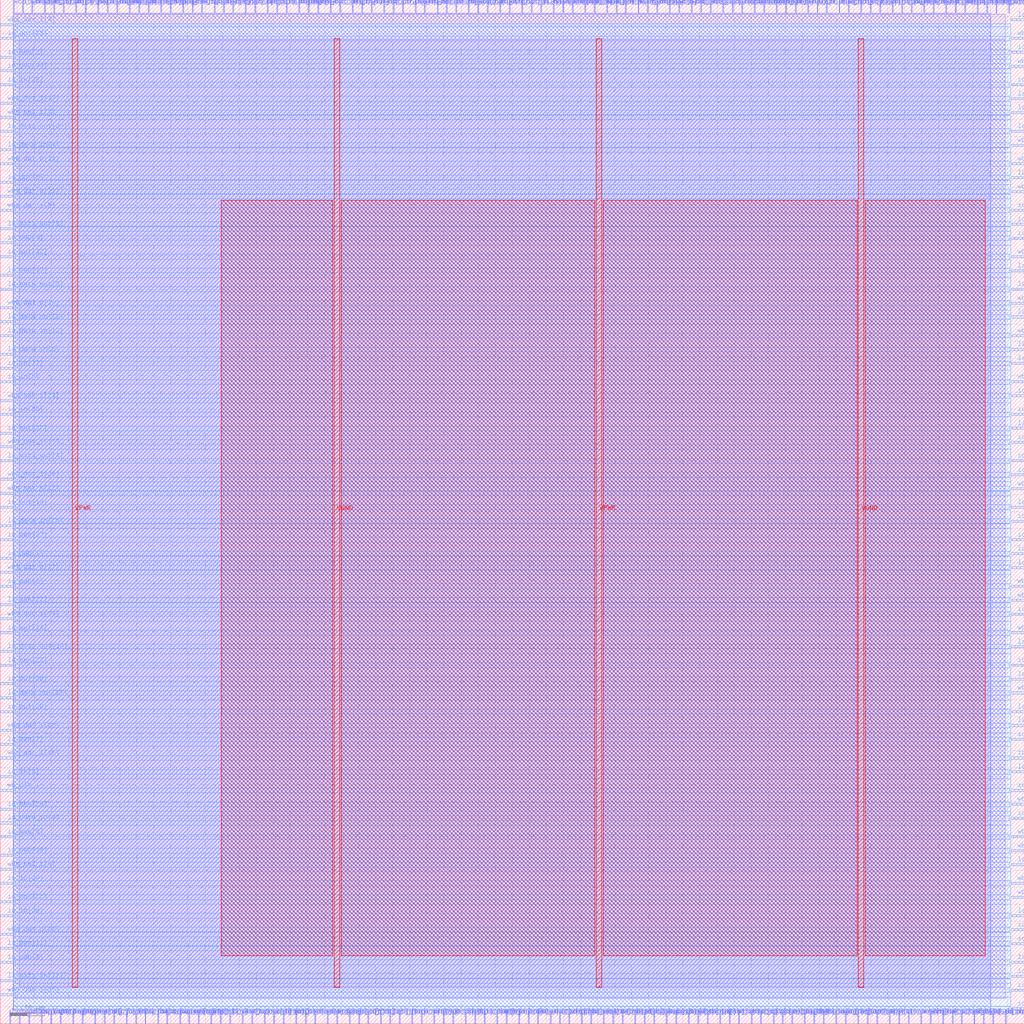
<source format=lef>
VERSION 5.7 ;
  NOWIREEXTENSIONATPIN ON ;
  DIVIDERCHAR "/" ;
  BUSBITCHARS "[]" ;
MACRO serial_divider_wrapper
  CLASS BLOCK ;
  FOREIGN serial_divider_wrapper ;
  ORIGIN 0.000 0.000 ;
  SIZE 300.000 BY 300.000 ;
  PIN active
    DIRECTION INPUT ;
    USE SIGNAL ;
    PORT
      LAYER met2 ;
        RECT 154.650 0.000 154.930 4.000 ;
    END
  END active
  PIN io_in[0]
    DIRECTION INPUT ;
    USE SIGNAL ;
    PORT
      LAYER met2 ;
        RECT 90.250 296.000 90.530 300.000 ;
    END
  END io_in[0]
  PIN io_in[10]
    DIRECTION INPUT ;
    USE SIGNAL ;
    PORT
      LAYER met2 ;
        RECT 231.930 0.000 232.210 4.000 ;
    END
  END io_in[10]
  PIN io_in[11]
    DIRECTION INPUT ;
    USE SIGNAL ;
    PORT
      LAYER met3 ;
        RECT 296.000 178.200 300.000 178.800 ;
    END
  END io_in[11]
  PIN io_in[12]
    DIRECTION INPUT ;
    USE SIGNAL ;
    PORT
      LAYER met2 ;
        RECT 294.490 0.000 294.770 4.000 ;
    END
  END io_in[12]
  PIN io_in[13]
    DIRECTION INPUT ;
    USE SIGNAL ;
    PORT
      LAYER met2 ;
        RECT 232.850 296.000 233.130 300.000 ;
    END
  END io_in[13]
  PIN io_in[14]
    DIRECTION INPUT ;
    USE SIGNAL ;
    PORT
      LAYER met2 ;
        RECT 99.450 296.000 99.730 300.000 ;
    END
  END io_in[14]
  PIN io_in[15]
    DIRECTION INPUT ;
    USE SIGNAL ;
    PORT
      LAYER met2 ;
        RECT 114.170 0.000 114.450 4.000 ;
    END
  END io_in[15]
  PIN io_in[16]
    DIRECTION INPUT ;
    USE SIGNAL ;
    PORT
      LAYER met2 ;
        RECT 83.810 296.000 84.090 300.000 ;
    END
  END io_in[16]
  PIN io_in[17]
    DIRECTION INPUT ;
    USE SIGNAL ;
    PORT
      LAYER met2 ;
        RECT 295.410 296.000 295.690 300.000 ;
    END
  END io_in[17]
  PIN io_in[18]
    DIRECTION INPUT ;
    USE SIGNAL ;
    PORT
      LAYER met2 ;
        RECT 137.170 296.000 137.450 300.000 ;
    END
  END io_in[18]
  PIN io_in[19]
    DIRECTION INPUT ;
    USE SIGNAL ;
    PORT
      LAYER met2 ;
        RECT 152.810 296.000 153.090 300.000 ;
    END
  END io_in[19]
  PIN io_in[1]
    DIRECTION INPUT ;
    USE SIGNAL ;
    PORT
      LAYER met2 ;
        RECT 39.650 0.000 39.930 4.000 ;
    END
  END io_in[1]
  PIN io_in[20]
    DIRECTION INPUT ;
    USE SIGNAL ;
    PORT
      LAYER met3 ;
        RECT 0.000 274.760 4.000 275.360 ;
    END
  END io_in[20]
  PIN io_in[21]
    DIRECTION INPUT ;
    USE SIGNAL ;
    PORT
      LAYER met2 ;
        RECT 104.970 0.000 105.250 4.000 ;
    END
  END io_in[21]
  PIN io_in[22]
    DIRECTION INPUT ;
    USE SIGNAL ;
    PORT
      LAYER met2 ;
        RECT 142.690 296.000 142.970 300.000 ;
    END
  END io_in[22]
  PIN io_in[23]
    DIRECTION INPUT ;
    USE SIGNAL ;
    PORT
      LAYER met2 ;
        RECT 252.170 296.000 252.450 300.000 ;
    END
  END io_in[23]
  PIN io_in[24]
    DIRECTION INPUT ;
    USE SIGNAL ;
    PORT
      LAYER met2 ;
        RECT 148.210 0.000 148.490 4.000 ;
    END
  END io_in[24]
  PIN io_in[25]
    DIRECTION INPUT ;
    USE SIGNAL ;
    PORT
      LAYER met2 ;
        RECT 61.730 0.000 62.010 4.000 ;
    END
  END io_in[25]
  PIN io_in[26]
    DIRECTION INPUT ;
    USE SIGNAL ;
    PORT
      LAYER met2 ;
        RECT 80.130 0.000 80.410 4.000 ;
    END
  END io_in[26]
  PIN io_in[27]
    DIRECTION INPUT ;
    USE SIGNAL ;
    PORT
      LAYER met3 ;
        RECT 0.000 191.800 4.000 192.400 ;
    END
  END io_in[27]
  PIN io_in[28]
    DIRECTION INPUT ;
    USE SIGNAL ;
    PORT
      LAYER met2 ;
        RECT 123.370 0.000 123.650 4.000 ;
    END
  END io_in[28]
  PIN io_in[29]
    DIRECTION INPUT ;
    USE SIGNAL ;
    PORT
      LAYER met3 ;
        RECT 0.000 40.840 4.000 41.440 ;
    END
  END io_in[29]
  PIN io_in[2]
    DIRECTION INPUT ;
    USE SIGNAL ;
    PORT
      LAYER met3 ;
        RECT 296.000 284.280 300.000 284.880 ;
    END
  END io_in[2]
  PIN io_in[30]
    DIRECTION INPUT ;
    USE SIGNAL ;
    PORT
      LAYER met2 ;
        RECT 121.530 296.000 121.810 300.000 ;
    END
  END io_in[30]
  PIN io_in[31]
    DIRECTION INPUT ;
    USE SIGNAL ;
    PORT
      LAYER met2 ;
        RECT 17.570 0.000 17.850 4.000 ;
    END
  END io_in[31]
  PIN io_in[32]
    DIRECTION INPUT ;
    USE SIGNAL ;
    PORT
      LAYER met2 ;
        RECT 261.370 296.000 261.650 300.000 ;
    END
  END io_in[32]
  PIN io_in[33]
    DIRECTION INPUT ;
    USE SIGNAL ;
    PORT
      LAYER met2 ;
        RECT 103.130 296.000 103.410 300.000 ;
    END
  END io_in[33]
  PIN io_in[34]
    DIRECTION INPUT ;
    USE SIGNAL ;
    PORT
      LAYER met2 ;
        RECT 256.770 0.000 257.050 4.000 ;
    END
  END io_in[34]
  PIN io_in[35]
    DIRECTION INPUT ;
    USE SIGNAL ;
    PORT
      LAYER met3 ;
        RECT 0.000 178.200 4.000 178.800 ;
    END
  END io_in[35]
  PIN io_in[36]
    DIRECTION INPUT ;
    USE SIGNAL ;
    PORT
      LAYER met3 ;
        RECT 0.000 31.320 4.000 31.920 ;
    END
  END io_in[36]
  PIN io_in[37]
    DIRECTION INPUT ;
    USE SIGNAL ;
    PORT
      LAYER met2 ;
        RECT 18.490 296.000 18.770 300.000 ;
    END
  END io_in[37]
  PIN io_in[3]
    DIRECTION INPUT ;
    USE SIGNAL ;
    PORT
      LAYER met2 ;
        RECT 207.090 0.000 207.370 4.000 ;
    END
  END io_in[3]
  PIN io_in[4]
    DIRECTION INPUT ;
    USE SIGNAL ;
    PORT
      LAYER met2 ;
        RECT 82.890 0.000 83.170 4.000 ;
    END
  END io_in[4]
  PIN io_in[5]
    DIRECTION INPUT ;
    USE SIGNAL ;
    PORT
      LAYER met3 ;
        RECT 0.000 72.120 4.000 72.720 ;
    END
  END io_in[5]
  PIN io_in[6]
    DIRECTION INPUT ;
    USE SIGNAL ;
    PORT
      LAYER met3 ;
        RECT 0.000 187.720 4.000 188.320 ;
    END
  END io_in[6]
  PIN io_in[7]
    DIRECTION INPUT ;
    USE SIGNAL ;
    PORT
      LAYER met3 ;
        RECT 296.000 146.920 300.000 147.520 ;
    END
  END io_in[7]
  PIN io_in[8]
    DIRECTION INPUT ;
    USE SIGNAL ;
    PORT
      LAYER met2 ;
        RECT 115.090 296.000 115.370 300.000 ;
    END
  END io_in[8]
  PIN io_in[9]
    DIRECTION INPUT ;
    USE SIGNAL ;
    PORT
      LAYER met2 ;
        RECT 22.170 296.000 22.450 300.000 ;
    END
  END io_in[9]
  PIN io_oeb[0]
    DIRECTION OUTPUT TRISTATE ;
    USE SIGNAL ;
    PORT
      LAYER met3 ;
        RECT 0.000 127.880 4.000 128.480 ;
    END
  END io_oeb[0]
  PIN io_oeb[10]
    DIRECTION OUTPUT TRISTATE ;
    USE SIGNAL ;
    PORT
      LAYER met2 ;
        RECT 65.410 296.000 65.690 300.000 ;
    END
  END io_oeb[10]
  PIN io_oeb[11]
    DIRECTION OUTPUT TRISTATE ;
    USE SIGNAL ;
    PORT
      LAYER met3 ;
        RECT 296.000 238.040 300.000 238.640 ;
    END
  END io_oeb[11]
  PIN io_oeb[12]
    DIRECTION OUTPUT TRISTATE ;
    USE SIGNAL ;
    PORT
      LAYER met3 ;
        RECT 296.000 104.760 300.000 105.360 ;
    END
  END io_oeb[12]
  PIN io_oeb[13]
    DIRECTION OUTPUT TRISTATE ;
    USE SIGNAL ;
    PORT
      LAYER met2 ;
        RECT 102.210 0.000 102.490 4.000 ;
    END
  END io_oeb[13]
  PIN io_oeb[14]
    DIRECTION OUTPUT TRISTATE ;
    USE SIGNAL ;
    PORT
      LAYER met2 ;
        RECT 205.250 296.000 205.530 300.000 ;
    END
  END io_oeb[14]
  PIN io_oeb[15]
    DIRECTION OUTPUT TRISTATE ;
    USE SIGNAL ;
    PORT
      LAYER met3 ;
        RECT 0.000 49.000 4.000 49.600 ;
    END
  END io_oeb[15]
  PIN io_oeb[16]
    DIRECTION OUTPUT TRISTATE ;
    USE SIGNAL ;
    PORT
      LAYER met2 ;
        RECT 71.850 296.000 72.130 300.000 ;
    END
  END io_oeb[16]
  PIN io_oeb[17]
    DIRECTION OUTPUT TRISTATE ;
    USE SIGNAL ;
    PORT
      LAYER met3 ;
        RECT 296.000 160.520 300.000 161.120 ;
    END
  END io_oeb[17]
  PIN io_oeb[18]
    DIRECTION OUTPUT TRISTATE ;
    USE SIGNAL ;
    PORT
      LAYER met2 ;
        RECT 77.370 0.000 77.650 4.000 ;
    END
  END io_oeb[18]
  PIN io_oeb[19]
    DIRECTION OUTPUT TRISTATE ;
    USE SIGNAL ;
    PORT
      LAYER met2 ;
        RECT 247.570 0.000 247.850 4.000 ;
    END
  END io_oeb[19]
  PIN io_oeb[1]
    DIRECTION OUTPUT TRISTATE ;
    USE SIGNAL ;
    PORT
      LAYER met3 ;
        RECT 0.000 136.040 4.000 136.640 ;
    END
  END io_oeb[1]
  PIN io_oeb[20]
    DIRECTION OUTPUT TRISTATE ;
    USE SIGNAL ;
    PORT
      LAYER met3 ;
        RECT 296.000 83.000 300.000 83.600 ;
    END
  END io_oeb[20]
  PIN io_oeb[21]
    DIRECTION OUTPUT TRISTATE ;
    USE SIGNAL ;
    PORT
      LAYER met2 ;
        RECT 74.610 296.000 74.890 300.000 ;
    END
  END io_oeb[21]
  PIN io_oeb[22]
    DIRECTION OUTPUT TRISTATE ;
    USE SIGNAL ;
    PORT
      LAYER met3 ;
        RECT 0.000 278.840 4.000 279.440 ;
    END
  END io_oeb[22]
  PIN io_oeb[23]
    DIRECTION OUTPUT TRISTATE ;
    USE SIGNAL ;
    PORT
      LAYER met2 ;
        RECT 129.810 0.000 130.090 4.000 ;
    END
  END io_oeb[23]
  PIN io_oeb[24]
    DIRECTION OUTPUT TRISTATE ;
    USE SIGNAL ;
    PORT
      LAYER met3 ;
        RECT 296.000 183.640 300.000 184.240 ;
    END
  END io_oeb[24]
  PIN io_oeb[25]
    DIRECTION OUTPUT TRISTATE ;
    USE SIGNAL ;
    PORT
      LAYER met3 ;
        RECT 296.000 59.880 300.000 60.480 ;
    END
  END io_oeb[25]
  PIN io_oeb[26]
    DIRECTION OUTPUT TRISTATE ;
    USE SIGNAL ;
    PORT
      LAYER met3 ;
        RECT 0.000 62.600 4.000 63.200 ;
    END
  END io_oeb[26]
  PIN io_oeb[27]
    DIRECTION OUTPUT TRISTATE ;
    USE SIGNAL ;
    PORT
      LAYER met2 ;
        RECT 117.850 296.000 118.130 300.000 ;
    END
  END io_oeb[27]
  PIN io_oeb[28]
    DIRECTION OUTPUT TRISTATE ;
    USE SIGNAL ;
    PORT
      LAYER met2 ;
        RECT 288.970 296.000 289.250 300.000 ;
    END
  END io_oeb[28]
  PIN io_oeb[29]
    DIRECTION OUTPUT TRISTATE ;
    USE SIGNAL ;
    PORT
      LAYER met3 ;
        RECT 296.000 141.480 300.000 142.080 ;
    END
  END io_oeb[29]
  PIN io_oeb[2]
    DIRECTION OUTPUT TRISTATE ;
    USE SIGNAL ;
    PORT
      LAYER met3 ;
        RECT 0.000 282.920 4.000 283.520 ;
    END
  END io_oeb[2]
  PIN io_oeb[30]
    DIRECTION OUTPUT TRISTATE ;
    USE SIGNAL ;
    PORT
      LAYER met3 ;
        RECT 296.000 13.640 300.000 14.240 ;
    END
  END io_oeb[30]
  PIN io_oeb[31]
    DIRECTION OUTPUT TRISTATE ;
    USE SIGNAL ;
    PORT
      LAYER met3 ;
        RECT 296.000 77.560 300.000 78.160 ;
    END
  END io_oeb[31]
  PIN io_oeb[32]
    DIRECTION OUTPUT TRISTATE ;
    USE SIGNAL ;
    PORT
      LAYER met2 ;
        RECT 133.490 296.000 133.770 300.000 ;
    END
  END io_oeb[32]
  PIN io_oeb[33]
    DIRECTION OUTPUT TRISTATE ;
    USE SIGNAL ;
    PORT
      LAYER met2 ;
        RECT 86.570 0.000 86.850 4.000 ;
    END
  END io_oeb[33]
  PIN io_oeb[34]
    DIRECTION OUTPUT TRISTATE ;
    USE SIGNAL ;
    PORT
      LAYER met3 ;
        RECT 296.000 4.120 300.000 4.720 ;
    END
  END io_oeb[34]
  PIN io_oeb[35]
    DIRECTION OUTPUT TRISTATE ;
    USE SIGNAL ;
    PORT
      LAYER met2 ;
        RECT 163.850 0.000 164.130 4.000 ;
    END
  END io_oeb[35]
  PIN io_oeb[36]
    DIRECTION OUTPUT TRISTATE ;
    USE SIGNAL ;
    PORT
      LAYER met2 ;
        RECT 6.530 296.000 6.810 300.000 ;
    END
  END io_oeb[36]
  PIN io_oeb[37]
    DIRECTION OUTPUT TRISTATE ;
    USE SIGNAL ;
    PORT
      LAYER met3 ;
        RECT 0.000 141.480 4.000 142.080 ;
    END
  END io_oeb[37]
  PIN io_oeb[3]
    DIRECTION OUTPUT TRISTATE ;
    USE SIGNAL ;
    PORT
      LAYER met3 ;
        RECT 0.000 17.720 4.000 18.320 ;
    END
  END io_oeb[3]
  PIN io_oeb[4]
    DIRECTION OUTPUT TRISTATE ;
    USE SIGNAL ;
    PORT
      LAYER met3 ;
        RECT 296.000 274.760 300.000 275.360 ;
    END
  END io_oeb[4]
  PIN io_oeb[5]
    DIRECTION OUTPUT TRISTATE ;
    USE SIGNAL ;
    PORT
      LAYER met3 ;
        RECT 0.000 54.440 4.000 55.040 ;
    END
  END io_oeb[5]
  PIN io_oeb[6]
    DIRECTION OUTPUT TRISTATE ;
    USE SIGNAL ;
    PORT
      LAYER met2 ;
        RECT 265.970 0.000 266.250 4.000 ;
    END
  END io_oeb[6]
  PIN io_oeb[7]
    DIRECTION OUTPUT TRISTATE ;
    USE SIGNAL ;
    PORT
      LAYER met2 ;
        RECT 43.330 296.000 43.610 300.000 ;
    END
  END io_oeb[7]
  PIN io_oeb[8]
    DIRECTION OUTPUT TRISTATE ;
    USE SIGNAL ;
    PORT
      LAYER met2 ;
        RECT 111.410 0.000 111.690 4.000 ;
    END
  END io_oeb[8]
  PIN io_oeb[9]
    DIRECTION OUTPUT TRISTATE ;
    USE SIGNAL ;
    PORT
      LAYER met3 ;
        RECT 0.000 228.520 4.000 229.120 ;
    END
  END io_oeb[9]
  PIN io_out[0]
    DIRECTION OUTPUT TRISTATE ;
    USE SIGNAL ;
    PORT
      LAYER met3 ;
        RECT 0.000 246.200 4.000 246.800 ;
    END
  END io_out[0]
  PIN io_out[10]
    DIRECTION OUTPUT TRISTATE ;
    USE SIGNAL ;
    PORT
      LAYER met2 ;
        RECT 139.010 0.000 139.290 4.000 ;
    END
  END io_out[10]
  PIN io_out[11]
    DIRECTION OUTPUT TRISTATE ;
    USE SIGNAL ;
    PORT
      LAYER met3 ;
        RECT 296.000 137.400 300.000 138.000 ;
    END
  END io_out[11]
  PIN io_out[12]
    DIRECTION OUTPUT TRISTATE ;
    USE SIGNAL ;
    PORT
      LAYER met3 ;
        RECT 296.000 164.600 300.000 165.200 ;
    END
  END io_out[12]
  PIN io_out[13]
    DIRECTION OUTPUT TRISTATE ;
    USE SIGNAL ;
    PORT
      LAYER met2 ;
        RECT 31.370 296.000 31.650 300.000 ;
    END
  END io_out[13]
  PIN io_out[14]
    DIRECTION OUTPUT TRISTATE ;
    USE SIGNAL ;
    PORT
      LAYER met3 ;
        RECT 0.000 114.280 4.000 114.880 ;
    END
  END io_out[14]
  PIN io_out[15]
    DIRECTION OUTPUT TRISTATE ;
    USE SIGNAL ;
    PORT
      LAYER met2 ;
        RECT 239.290 296.000 239.570 300.000 ;
    END
  END io_out[15]
  PIN io_out[16]
    DIRECTION OUTPUT TRISTATE ;
    USE SIGNAL ;
    PORT
      LAYER met2 ;
        RECT 8.370 0.000 8.650 4.000 ;
    END
  END io_out[16]
  PIN io_out[17]
    DIRECTION OUTPUT TRISTATE ;
    USE SIGNAL ;
    PORT
      LAYER met2 ;
        RECT 55.290 0.000 55.570 4.000 ;
    END
  END io_out[17]
  PIN io_out[18]
    DIRECTION OUTPUT TRISTATE ;
    USE SIGNAL ;
    PORT
      LAYER met3 ;
        RECT 0.000 151.000 4.000 151.600 ;
    END
  END io_out[18]
  PIN io_out[19]
    DIRECTION OUTPUT TRISTATE ;
    USE SIGNAL ;
    PORT
      LAYER met2 ;
        RECT 49.770 296.000 50.050 300.000 ;
    END
  END io_out[19]
  PIN io_out[1]
    DIRECTION OUTPUT TRISTATE ;
    USE SIGNAL ;
    PORT
      LAYER met3 ;
        RECT 296.000 27.240 300.000 27.840 ;
    END
  END io_out[1]
  PIN io_out[20]
    DIRECTION OUTPUT TRISTATE ;
    USE SIGNAL ;
    PORT
      LAYER met2 ;
        RECT 64.490 0.000 64.770 4.000 ;
    END
  END io_out[20]
  PIN io_out[21]
    DIRECTION OUTPUT TRISTATE ;
    USE SIGNAL ;
    PORT
      LAYER met2 ;
        RECT 132.570 0.000 132.850 4.000 ;
    END
  END io_out[21]
  PIN io_out[22]
    DIRECTION OUTPUT TRISTATE ;
    USE SIGNAL ;
    PORT
      LAYER met3 ;
        RECT 296.000 233.960 300.000 234.560 ;
    END
  END io_out[22]
  PIN io_out[23]
    DIRECTION OUTPUT TRISTATE ;
    USE SIGNAL ;
    PORT
      LAYER met3 ;
        RECT 0.000 288.360 4.000 288.960 ;
    END
  END io_out[23]
  PIN io_out[24]
    DIRECTION OUTPUT TRISTATE ;
    USE SIGNAL ;
    PORT
      LAYER met3 ;
        RECT 296.000 170.040 300.000 170.640 ;
    END
  END io_out[24]
  PIN io_out[25]
    DIRECTION OUTPUT TRISTATE ;
    USE SIGNAL ;
    PORT
      LAYER met2 ;
        RECT 107.730 0.000 108.010 4.000 ;
    END
  END io_out[25]
  PIN io_out[26]
    DIRECTION OUTPUT TRISTATE ;
    USE SIGNAL ;
    PORT
      LAYER met2 ;
        RECT 210.770 0.000 211.050 4.000 ;
    END
  END io_out[26]
  PIN io_out[27]
    DIRECTION OUTPUT TRISTATE ;
    USE SIGNAL ;
    PORT
      LAYER met2 ;
        RECT 120.610 0.000 120.890 4.000 ;
    END
  END io_out[27]
  PIN io_out[28]
    DIRECTION OUTPUT TRISTATE ;
    USE SIGNAL ;
    PORT
      LAYER met2 ;
        RECT 58.050 0.000 58.330 4.000 ;
    END
  END io_out[28]
  PIN io_out[29]
    DIRECTION OUTPUT TRISTATE ;
    USE SIGNAL ;
    PORT
      LAYER met3 ;
        RECT 0.000 91.160 4.000 91.760 ;
    END
  END io_out[29]
  PIN io_out[2]
    DIRECTION OUTPUT TRISTATE ;
    USE SIGNAL ;
    PORT
      LAYER met2 ;
        RECT 189.610 296.000 189.890 300.000 ;
    END
  END io_out[2]
  PIN io_out[30]
    DIRECTION OUTPUT TRISTATE ;
    USE SIGNAL ;
    PORT
      LAYER met2 ;
        RECT 173.970 296.000 174.250 300.000 ;
    END
  END io_out[30]
  PIN io_out[31]
    DIRECTION OUTPUT TRISTATE ;
    USE SIGNAL ;
    PORT
      LAYER met2 ;
        RECT 251.250 0.000 251.530 4.000 ;
    END
  END io_out[31]
  PIN io_out[32]
    DIRECTION OUTPUT TRISTATE ;
    USE SIGNAL ;
    PORT
      LAYER met3 ;
        RECT 0.000 224.440 4.000 225.040 ;
    END
  END io_out[32]
  PIN io_out[33]
    DIRECTION OUTPUT TRISTATE ;
    USE SIGNAL ;
    PORT
      LAYER met3 ;
        RECT 0.000 35.400 4.000 36.000 ;
    END
  END io_out[33]
  PIN io_out[34]
    DIRECTION OUTPUT TRISTATE ;
    USE SIGNAL ;
    PORT
      LAYER met2 ;
        RECT 155.570 296.000 155.850 300.000 ;
    END
  END io_out[34]
  PIN io_out[35]
    DIRECTION OUTPUT TRISTATE ;
    USE SIGNAL ;
    PORT
      LAYER met3 ;
        RECT 296.000 229.880 300.000 230.480 ;
    END
  END io_out[35]
  PIN io_out[36]
    DIRECTION OUTPUT TRISTATE ;
    USE SIGNAL ;
    PORT
      LAYER met3 ;
        RECT 0.000 99.320 4.000 99.920 ;
    END
  END io_out[36]
  PIN io_out[37]
    DIRECTION OUTPUT TRISTATE ;
    USE SIGNAL ;
    PORT
      LAYER met3 ;
        RECT 0.000 172.760 4.000 173.360 ;
    END
  END io_out[37]
  PIN io_out[3]
    DIRECTION OUTPUT TRISTATE ;
    USE SIGNAL ;
    PORT
      LAYER met2 ;
        RECT 105.890 296.000 106.170 300.000 ;
    END
  END io_out[3]
  PIN io_out[4]
    DIRECTION OUTPUT TRISTATE ;
    USE SIGNAL ;
    PORT
      LAYER met3 ;
        RECT 296.000 68.040 300.000 68.640 ;
    END
  END io_out[4]
  PIN io_out[5]
    DIRECTION OUTPUT TRISTATE ;
    USE SIGNAL ;
    PORT
      LAYER met3 ;
        RECT 296.000 119.720 300.000 120.320 ;
    END
  END io_out[5]
  PIN io_out[6]
    DIRECTION OUTPUT TRISTATE ;
    USE SIGNAL ;
    PORT
      LAYER met2 ;
        RECT 141.770 0.000 142.050 4.000 ;
    END
  END io_out[6]
  PIN io_out[7]
    DIRECTION OUTPUT TRISTATE ;
    USE SIGNAL ;
    PORT
      LAYER met3 ;
        RECT 296.000 23.160 300.000 23.760 ;
    END
  END io_out[7]
  PIN io_out[8]
    DIRECTION OUTPUT TRISTATE ;
    USE SIGNAL ;
    PORT
      LAYER met3 ;
        RECT 296.000 9.560 300.000 10.160 ;
    END
  END io_out[8]
  PIN io_out[9]
    DIRECTION OUTPUT TRISTATE ;
    USE SIGNAL ;
    PORT
      LAYER met2 ;
        RECT 269.650 0.000 269.930 4.000 ;
    END
  END io_out[9]
  PIN la_data_in[0]
    DIRECTION INPUT ;
    USE SIGNAL ;
    PORT
      LAYER met2 ;
        RECT 183.170 296.000 183.450 300.000 ;
    END
  END la_data_in[0]
  PIN la_data_in[10]
    DIRECTION INPUT ;
    USE SIGNAL ;
    PORT
      LAYER met2 ;
        RECT 242.050 296.000 242.330 300.000 ;
    END
  END la_data_in[10]
  PIN la_data_in[11]
    DIRECTION INPUT ;
    USE SIGNAL ;
    PORT
      LAYER met2 ;
        RECT 5.610 0.000 5.890 4.000 ;
    END
  END la_data_in[11]
  PIN la_data_in[12]
    DIRECTION INPUT ;
    USE SIGNAL ;
    PORT
      LAYER met3 ;
        RECT 0.000 201.320 4.000 201.920 ;
    END
  END la_data_in[12]
  PIN la_data_in[13]
    DIRECTION INPUT ;
    USE SIGNAL ;
    PORT
      LAYER met2 ;
        RECT 238.370 0.000 238.650 4.000 ;
    END
  END la_data_in[13]
  PIN la_data_in[14]
    DIRECTION INPUT ;
    USE SIGNAL ;
    PORT
      LAYER met3 ;
        RECT 296.000 206.760 300.000 207.360 ;
    END
  END la_data_in[14]
  PIN la_data_in[15]
    DIRECTION INPUT ;
    USE SIGNAL ;
    PORT
      LAYER met2 ;
        RECT 264.130 296.000 264.410 300.000 ;
    END
  END la_data_in[15]
  PIN la_data_in[16]
    DIRECTION INPUT ;
    USE SIGNAL ;
    PORT
      LAYER met2 ;
        RECT 130.730 296.000 131.010 300.000 ;
    END
  END la_data_in[16]
  PIN la_data_in[17]
    DIRECTION INPUT ;
    USE SIGNAL ;
    PORT
      LAYER met3 ;
        RECT 0.000 12.280 4.000 12.880 ;
    END
  END la_data_in[17]
  PIN la_data_in[18]
    DIRECTION INPUT ;
    USE SIGNAL ;
    PORT
      LAYER met2 ;
        RECT 226.410 0.000 226.690 4.000 ;
    END
  END la_data_in[18]
  PIN la_data_in[19]
    DIRECTION INPUT ;
    USE SIGNAL ;
    PORT
      LAYER met2 ;
        RECT 201.570 0.000 201.850 4.000 ;
    END
  END la_data_in[19]
  PIN la_data_in[1]
    DIRECTION INPUT ;
    USE SIGNAL ;
    PORT
      LAYER met2 ;
        RECT 12.050 0.000 12.330 4.000 ;
    END
  END la_data_in[1]
  PIN la_data_in[20]
    DIRECTION INPUT ;
    USE SIGNAL ;
    PORT
      LAYER met3 ;
        RECT 296.000 46.280 300.000 46.880 ;
    END
  END la_data_in[20]
  PIN la_data_in[21]
    DIRECTION INPUT ;
    USE SIGNAL ;
    PORT
      LAYER met3 ;
        RECT 296.000 247.560 300.000 248.160 ;
    END
  END la_data_in[21]
  PIN la_data_in[22]
    DIRECTION INPUT ;
    USE SIGNAL ;
    PORT
      LAYER met3 ;
        RECT 296.000 293.800 300.000 294.400 ;
    END
  END la_data_in[22]
  PIN la_data_in[23]
    DIRECTION INPUT ;
    USE SIGNAL ;
    PORT
      LAYER met2 ;
        RECT 290.810 0.000 291.090 4.000 ;
    END
  END la_data_in[23]
  PIN la_data_in[24]
    DIRECTION INPUT ;
    USE SIGNAL ;
    PORT
      LAYER met2 ;
        RECT 28.610 296.000 28.890 300.000 ;
    END
  END la_data_in[24]
  PIN la_data_in[25]
    DIRECTION INPUT ;
    USE SIGNAL ;
    PORT
      LAYER met2 ;
        RECT 89.330 0.000 89.610 4.000 ;
    END
  END la_data_in[25]
  PIN la_data_in[26]
    DIRECTION INPUT ;
    USE SIGNAL ;
    PORT
      LAYER met2 ;
        RECT 185.930 0.000 186.210 4.000 ;
    END
  END la_data_in[26]
  PIN la_data_in[27]
    DIRECTION INPUT ;
    USE SIGNAL ;
    PORT
      LAYER met3 ;
        RECT 296.000 91.160 300.000 91.760 ;
    END
  END la_data_in[27]
  PIN la_data_in[28]
    DIRECTION INPUT ;
    USE SIGNAL ;
    PORT
      LAYER met2 ;
        RECT 36.890 0.000 37.170 4.000 ;
    END
  END la_data_in[28]
  PIN la_data_in[29]
    DIRECTION INPUT ;
    USE SIGNAL ;
    PORT
      LAYER met3 ;
        RECT 296.000 261.160 300.000 261.760 ;
    END
  END la_data_in[29]
  PIN la_data_in[2]
    DIRECTION INPUT ;
    USE SIGNAL ;
    PORT
      LAYER met2 ;
        RECT 220.890 296.000 221.170 300.000 ;
    END
  END la_data_in[2]
  PIN la_data_in[30]
    DIRECTION INPUT ;
    USE SIGNAL ;
    PORT
      LAYER met3 ;
        RECT 0.000 145.560 4.000 146.160 ;
    END
  END la_data_in[30]
  PIN la_data_in[31]
    DIRECTION INPUT ;
    USE SIGNAL ;
    PORT
      LAYER met2 ;
        RECT 24.930 296.000 25.210 300.000 ;
    END
  END la_data_in[31]
  PIN la_data_in[3]
    DIRECTION INPUT ;
    USE SIGNAL ;
    PORT
      LAYER met2 ;
        RECT 81.050 296.000 81.330 300.000 ;
    END
  END la_data_in[3]
  PIN la_data_in[4]
    DIRECTION INPUT ;
    USE SIGNAL ;
    PORT
      LAYER met3 ;
        RECT 0.000 255.720 4.000 256.320 ;
    END
  END la_data_in[4]
  PIN la_data_in[5]
    DIRECTION INPUT ;
    USE SIGNAL ;
    PORT
      LAYER met2 ;
        RECT 257.690 296.000 257.970 300.000 ;
    END
  END la_data_in[5]
  PIN la_data_in[6]
    DIRECTION INPUT ;
    USE SIGNAL ;
    PORT
      LAYER met3 ;
        RECT 0.000 195.880 4.000 196.480 ;
    END
  END la_data_in[6]
  PIN la_data_in[7]
    DIRECTION INPUT ;
    USE SIGNAL ;
    PORT
      LAYER met2 ;
        RECT 235.610 0.000 235.890 4.000 ;
    END
  END la_data_in[7]
  PIN la_data_in[8]
    DIRECTION INPUT ;
    USE SIGNAL ;
    PORT
      LAYER met3 ;
        RECT 0.000 58.520 4.000 59.120 ;
    END
  END la_data_in[8]
  PIN la_data_in[9]
    DIRECTION INPUT ;
    USE SIGNAL ;
    PORT
      LAYER met2 ;
        RECT 145.450 0.000 145.730 4.000 ;
    END
  END la_data_in[9]
  PIN la_data_out[0]
    DIRECTION OUTPUT TRISTATE ;
    USE SIGNAL ;
    PORT
      LAYER met2 ;
        RECT 136.250 0.000 136.530 4.000 ;
    END
  END la_data_out[0]
  PIN la_data_out[10]
    DIRECTION OUTPUT TRISTATE ;
    USE SIGNAL ;
    PORT
      LAYER met2 ;
        RECT 244.810 0.000 245.090 4.000 ;
    END
  END la_data_out[10]
  PIN la_data_out[11]
    DIRECTION OUTPUT TRISTATE ;
    USE SIGNAL ;
    PORT
      LAYER met2 ;
        RECT 211.690 296.000 211.970 300.000 ;
    END
  END la_data_out[11]
  PIN la_data_out[12]
    DIRECTION OUTPUT TRISTATE ;
    USE SIGNAL ;
    PORT
      LAYER met2 ;
        RECT 42.410 0.000 42.690 4.000 ;
    END
  END la_data_out[12]
  PIN la_data_out[13]
    DIRECTION OUTPUT TRISTATE ;
    USE SIGNAL ;
    PORT
      LAYER met2 ;
        RECT 214.450 296.000 214.730 300.000 ;
    END
  END la_data_out[13]
  PIN la_data_out[14]
    DIRECTION OUTPUT TRISTATE ;
    USE SIGNAL ;
    PORT
      LAYER met2 ;
        RECT 286.210 296.000 286.490 300.000 ;
    END
  END la_data_out[14]
  PIN la_data_out[15]
    DIRECTION OUTPUT TRISTATE ;
    USE SIGNAL ;
    PORT
      LAYER met3 ;
        RECT 296.000 193.160 300.000 193.760 ;
    END
  END la_data_out[15]
  PIN la_data_out[16]
    DIRECTION OUTPUT TRISTATE ;
    USE SIGNAL ;
    PORT
      LAYER met2 ;
        RECT 158.330 296.000 158.610 300.000 ;
    END
  END la_data_out[16]
  PIN la_data_out[17]
    DIRECTION OUTPUT TRISTATE ;
    USE SIGNAL ;
    PORT
      LAYER met3 ;
        RECT 296.000 100.680 300.000 101.280 ;
    END
  END la_data_out[17]
  PIN la_data_out[18]
    DIRECTION OUTPUT TRISTATE ;
    USE SIGNAL ;
    PORT
      LAYER met2 ;
        RECT 48.850 0.000 49.130 4.000 ;
    END
  END la_data_out[18]
  PIN la_data_out[19]
    DIRECTION OUTPUT TRISTATE ;
    USE SIGNAL ;
    PORT
      LAYER met3 ;
        RECT 0.000 108.840 4.000 109.440 ;
    END
  END la_data_out[19]
  PIN la_data_out[1]
    DIRECTION OUTPUT TRISTATE ;
    USE SIGNAL ;
    PORT
      LAYER met2 ;
        RECT 40.570 296.000 40.850 300.000 ;
    END
  END la_data_out[1]
  PIN la_data_out[20]
    DIRECTION OUTPUT TRISTATE ;
    USE SIGNAL ;
    PORT
      LAYER met3 ;
        RECT 0.000 261.160 4.000 261.760 ;
    END
  END la_data_out[20]
  PIN la_data_out[21]
    DIRECTION OUTPUT TRISTATE ;
    USE SIGNAL ;
    PORT
      LAYER met2 ;
        RECT 288.050 0.000 288.330 4.000 ;
    END
  END la_data_out[21]
  PIN la_data_out[22]
    DIRECTION OUTPUT TRISTATE ;
    USE SIGNAL ;
    PORT
      LAYER met2 ;
        RECT 197.890 0.000 198.170 4.000 ;
    END
  END la_data_out[22]
  PIN la_data_out[23]
    DIRECTION OUTPUT TRISTATE ;
    USE SIGNAL ;
    PORT
      LAYER met2 ;
        RECT 162.010 296.000 162.290 300.000 ;
    END
  END la_data_out[23]
  PIN la_data_out[24]
    DIRECTION OUTPUT TRISTATE ;
    USE SIGNAL ;
    PORT
      LAYER met2 ;
        RECT 14.810 0.000 15.090 4.000 ;
    END
  END la_data_out[24]
  PIN la_data_out[25]
    DIRECTION OUTPUT TRISTATE ;
    USE SIGNAL ;
    PORT
      LAYER met3 ;
        RECT 296.000 110.200 300.000 110.800 ;
    END
  END la_data_out[25]
  PIN la_data_out[26]
    DIRECTION OUTPUT TRISTATE ;
    USE SIGNAL ;
    PORT
      LAYER met2 ;
        RECT 170.290 0.000 170.570 4.000 ;
    END
  END la_data_out[26]
  PIN la_data_out[27]
    DIRECTION OUTPUT TRISTATE ;
    USE SIGNAL ;
    PORT
      LAYER met3 ;
        RECT 0.000 95.240 4.000 95.840 ;
    END
  END la_data_out[27]
  PIN la_data_out[28]
    DIRECTION OUTPUT TRISTATE ;
    USE SIGNAL ;
    PORT
      LAYER met2 ;
        RECT 78.290 296.000 78.570 300.000 ;
    END
  END la_data_out[28]
  PIN la_data_out[29]
    DIRECTION OUTPUT TRISTATE ;
    USE SIGNAL ;
    PORT
      LAYER met2 ;
        RECT 191.450 0.000 191.730 4.000 ;
    END
  END la_data_out[29]
  PIN la_data_out[2]
    DIRECTION OUTPUT TRISTATE ;
    USE SIGNAL ;
    PORT
      LAYER met3 ;
        RECT 0.000 205.400 4.000 206.000 ;
    END
  END la_data_out[2]
  PIN la_data_out[30]
    DIRECTION OUTPUT TRISTATE ;
    USE SIGNAL ;
    PORT
      LAYER met2 ;
        RECT 116.930 0.000 117.210 4.000 ;
    END
  END la_data_out[30]
  PIN la_data_out[31]
    DIRECTION OUTPUT TRISTATE ;
    USE SIGNAL ;
    PORT
      LAYER met3 ;
        RECT 296.000 31.320 300.000 31.920 ;
    END
  END la_data_out[31]
  PIN la_data_out[3]
    DIRECTION OUTPUT TRISTATE ;
    USE SIGNAL ;
    PORT
      LAYER met2 ;
        RECT 223.650 296.000 223.930 300.000 ;
    END
  END la_data_out[3]
  PIN la_data_out[4]
    DIRECTION OUTPUT TRISTATE ;
    USE SIGNAL ;
    PORT
      LAYER met3 ;
        RECT 0.000 164.600 4.000 165.200 ;
    END
  END la_data_out[4]
  PIN la_data_out[5]
    DIRECTION OUTPUT TRISTATE ;
    USE SIGNAL ;
    PORT
      LAYER met3 ;
        RECT 0.000 232.600 4.000 233.200 ;
    END
  END la_data_out[5]
  PIN la_data_out[6]
    DIRECTION OUTPUT TRISTATE ;
    USE SIGNAL ;
    PORT
      LAYER met2 ;
        RECT 46.090 0.000 46.370 4.000 ;
    END
  END la_data_out[6]
  PIN la_data_out[7]
    DIRECTION OUTPUT TRISTATE ;
    USE SIGNAL ;
    PORT
      LAYER met2 ;
        RECT 21.250 0.000 21.530 4.000 ;
    END
  END la_data_out[7]
  PIN la_data_out[8]
    DIRECTION OUTPUT TRISTATE ;
    USE SIGNAL ;
    PORT
      LAYER met3 ;
        RECT 0.000 214.920 4.000 215.520 ;
    END
  END la_data_out[8]
  PIN la_data_out[9]
    DIRECTION OUTPUT TRISTATE ;
    USE SIGNAL ;
    PORT
      LAYER met2 ;
        RECT 279.770 296.000 280.050 300.000 ;
    END
  END la_data_out[9]
  PIN la_oen[0]
    DIRECTION INPUT ;
    USE SIGNAL ;
    PORT
      LAYER met2 ;
        RECT 196.050 296.000 196.330 300.000 ;
    END
  END la_oen[0]
  PIN la_oen[10]
    DIRECTION INPUT ;
    USE SIGNAL ;
    PORT
      LAYER met2 ;
        RECT 171.210 296.000 171.490 300.000 ;
    END
  END la_oen[10]
  PIN la_oen[11]
    DIRECTION INPUT ;
    USE SIGNAL ;
    PORT
      LAYER met3 ;
        RECT 296.000 133.320 300.000 133.920 ;
    END
  END la_oen[11]
  PIN la_oen[12]
    DIRECTION INPUT ;
    USE SIGNAL ;
    PORT
      LAYER met2 ;
        RECT 180.410 296.000 180.690 300.000 ;
    END
  END la_oen[12]
  PIN la_oen[13]
    DIRECTION INPUT ;
    USE SIGNAL ;
    PORT
      LAYER met2 ;
        RECT 173.050 0.000 173.330 4.000 ;
    END
  END la_oen[13]
  PIN la_oen[14]
    DIRECTION INPUT ;
    USE SIGNAL ;
    PORT
      LAYER met3 ;
        RECT 296.000 214.920 300.000 215.520 ;
    END
  END la_oen[14]
  PIN la_oen[15]
    DIRECTION INPUT ;
    USE SIGNAL ;
    PORT
      LAYER met3 ;
        RECT 296.000 17.720 300.000 18.320 ;
    END
  END la_oen[15]
  PIN la_oen[16]
    DIRECTION INPUT ;
    USE SIGNAL ;
    PORT
      LAYER met2 ;
        RECT 2.850 0.000 3.130 4.000 ;
    END
  END la_oen[16]
  PIN la_oen[17]
    DIRECTION INPUT ;
    USE SIGNAL ;
    PORT
      LAYER met3 ;
        RECT 0.000 219.000 4.000 219.600 ;
    END
  END la_oen[17]
  PIN la_oen[18]
    DIRECTION INPUT ;
    USE SIGNAL ;
    PORT
      LAYER met2 ;
        RECT 67.250 0.000 67.530 4.000 ;
    END
  END la_oen[18]
  PIN la_oen[19]
    DIRECTION INPUT ;
    USE SIGNAL ;
    PORT
      LAYER met2 ;
        RECT 33.210 0.000 33.490 4.000 ;
    END
  END la_oen[19]
  PIN la_oen[1]
    DIRECTION INPUT ;
    USE SIGNAL ;
    PORT
      LAYER met2 ;
        RECT 47.010 296.000 47.290 300.000 ;
    END
  END la_oen[1]
  PIN la_oen[20]
    DIRECTION INPUT ;
    USE SIGNAL ;
    PORT
      LAYER met3 ;
        RECT 296.000 73.480 300.000 74.080 ;
    END
  END la_oen[20]
  PIN la_oen[21]
    DIRECTION INPUT ;
    USE SIGNAL ;
    PORT
      LAYER met3 ;
        RECT 0.000 21.800 4.000 22.400 ;
    END
  END la_oen[21]
  PIN la_oen[22]
    DIRECTION INPUT ;
    USE SIGNAL ;
    PORT
      LAYER met3 ;
        RECT 0.000 122.440 4.000 123.040 ;
    END
  END la_oen[22]
  PIN la_oen[23]
    DIRECTION INPUT ;
    USE SIGNAL ;
    PORT
      LAYER met3 ;
        RECT 0.000 104.760 4.000 105.360 ;
    END
  END la_oen[23]
  PIN la_oen[24]
    DIRECTION INPUT ;
    USE SIGNAL ;
    PORT
      LAYER met3 ;
        RECT 296.000 266.600 300.000 267.200 ;
    END
  END la_oen[24]
  PIN la_oen[25]
    DIRECTION INPUT ;
    USE SIGNAL ;
    PORT
      LAYER met2 ;
        RECT 266.890 296.000 267.170 300.000 ;
    END
  END la_oen[25]
  PIN la_oen[26]
    DIRECTION INPUT ;
    USE SIGNAL ;
    PORT
      LAYER met3 ;
        RECT 296.000 151.000 300.000 151.600 ;
    END
  END la_oen[26]
  PIN la_oen[27]
    DIRECTION INPUT ;
    USE SIGNAL ;
    PORT
      LAYER met2 ;
        RECT 146.370 296.000 146.650 300.000 ;
    END
  END la_oen[27]
  PIN la_oen[28]
    DIRECTION INPUT ;
    USE SIGNAL ;
    PORT
      LAYER met2 ;
        RECT 24.010 0.000 24.290 4.000 ;
    END
  END la_oen[28]
  PIN la_oen[29]
    DIRECTION INPUT ;
    USE SIGNAL ;
    PORT
      LAYER met2 ;
        RECT 230.090 296.000 230.370 300.000 ;
    END
  END la_oen[29]
  PIN la_oen[2]
    DIRECTION INPUT ;
    USE SIGNAL ;
    PORT
      LAYER met3 ;
        RECT 296.000 174.120 300.000 174.720 ;
    END
  END la_oen[2]
  PIN la_oen[30]
    DIRECTION INPUT ;
    USE SIGNAL ;
    PORT
      LAYER met3 ;
        RECT 296.000 270.680 300.000 271.280 ;
    END
  END la_oen[30]
  PIN la_oen[31]
    DIRECTION INPUT ;
    USE SIGNAL ;
    PORT
      LAYER met3 ;
        RECT 296.000 197.240 300.000 197.840 ;
    END
  END la_oen[31]
  PIN la_oen[3]
    DIRECTION INPUT ;
    USE SIGNAL ;
    PORT
      LAYER met3 ;
        RECT 296.000 87.080 300.000 87.680 ;
    END
  END la_oen[3]
  PIN la_oen[4]
    DIRECTION INPUT ;
    USE SIGNAL ;
    PORT
      LAYER met2 ;
        RECT 87.490 296.000 87.770 300.000 ;
    END
  END la_oen[4]
  PIN la_oen[5]
    DIRECTION INPUT ;
    USE SIGNAL ;
    PORT
      LAYER met2 ;
        RECT 62.650 296.000 62.930 300.000 ;
    END
  END la_oen[5]
  PIN la_oen[6]
    DIRECTION INPUT ;
    USE SIGNAL ;
    PORT
      LAYER met2 ;
        RECT 53.450 296.000 53.730 300.000 ;
    END
  END la_oen[6]
  PIN la_oen[7]
    DIRECTION INPUT ;
    USE SIGNAL ;
    PORT
      LAYER met3 ;
        RECT 0.000 81.640 4.000 82.240 ;
    END
  END la_oen[7]
  PIN la_oen[8]
    DIRECTION INPUT ;
    USE SIGNAL ;
    PORT
      LAYER met2 ;
        RECT 254.010 0.000 254.290 4.000 ;
    END
  END la_oen[8]
  PIN la_oen[9]
    DIRECTION INPUT ;
    USE SIGNAL ;
    PORT
      LAYER met3 ;
        RECT 296.000 220.360 300.000 220.960 ;
    END
  END la_oen[9]
  PIN wb_clk_i
    DIRECTION INPUT ;
    USE SIGNAL ;
    PORT
      LAYER met3 ;
        RECT 0.000 68.040 4.000 68.640 ;
    END
  END wb_clk_i
  PIN wb_rst_i
    DIRECTION INPUT ;
    USE SIGNAL ;
    PORT
      LAYER met2 ;
        RECT 204.330 0.000 204.610 4.000 ;
    END
  END wb_rst_i
  PIN wbs_ack_o
    DIRECTION OUTPUT TRISTATE ;
    USE SIGNAL ;
    PORT
      LAYER met2 ;
        RECT 260.450 0.000 260.730 4.000 ;
    END
  END wbs_ack_o
  PIN wbs_adr_i[0]
    DIRECTION INPUT ;
    USE SIGNAL ;
    PORT
      LAYER met2 ;
        RECT 213.530 0.000 213.810 4.000 ;
    END
  END wbs_adr_i[0]
  PIN wbs_adr_i[10]
    DIRECTION INPUT ;
    USE SIGNAL ;
    PORT
      LAYER met2 ;
        RECT 112.330 296.000 112.610 300.000 ;
    END
  END wbs_adr_i[10]
  PIN wbs_adr_i[11]
    DIRECTION INPUT ;
    USE SIGNAL ;
    PORT
      LAYER met2 ;
        RECT 208.010 296.000 208.290 300.000 ;
    END
  END wbs_adr_i[11]
  PIN wbs_adr_i[12]
    DIRECTION INPUT ;
    USE SIGNAL ;
    PORT
      LAYER met3 ;
        RECT 296.000 257.080 300.000 257.680 ;
    END
  END wbs_adr_i[12]
  PIN wbs_adr_i[13]
    DIRECTION INPUT ;
    USE SIGNAL ;
    PORT
      LAYER met3 ;
        RECT 296.000 288.360 300.000 288.960 ;
    END
  END wbs_adr_i[13]
  PIN wbs_adr_i[14]
    DIRECTION INPUT ;
    USE SIGNAL ;
    PORT
      LAYER met2 ;
        RECT 9.290 296.000 9.570 300.000 ;
    END
  END wbs_adr_i[14]
  PIN wbs_adr_i[15]
    DIRECTION INPUT ;
    USE SIGNAL ;
    PORT
      LAYER met3 ;
        RECT 296.000 210.840 300.000 211.440 ;
    END
  END wbs_adr_i[15]
  PIN wbs_adr_i[16]
    DIRECTION INPUT ;
    USE SIGNAL ;
    PORT
      LAYER met2 ;
        RECT 254.930 296.000 255.210 300.000 ;
    END
  END wbs_adr_i[16]
  PIN wbs_adr_i[17]
    DIRECTION INPUT ;
    USE SIGNAL ;
    PORT
      LAYER met3 ;
        RECT 0.000 118.360 4.000 118.960 ;
    END
  END wbs_adr_i[17]
  PIN wbs_adr_i[18]
    DIRECTION INPUT ;
    USE SIGNAL ;
    PORT
      LAYER met3 ;
        RECT 0.000 77.560 4.000 78.160 ;
    END
  END wbs_adr_i[18]
  PIN wbs_adr_i[19]
    DIRECTION INPUT ;
    USE SIGNAL ;
    PORT
      LAYER met2 ;
        RECT 27.690 0.000 27.970 4.000 ;
    END
  END wbs_adr_i[19]
  PIN wbs_adr_i[1]
    DIRECTION INPUT ;
    USE SIGNAL ;
    PORT
      LAYER met3 ;
        RECT 296.000 36.760 300.000 37.360 ;
    END
  END wbs_adr_i[1]
  PIN wbs_adr_i[20]
    DIRECTION INPUT ;
    USE SIGNAL ;
    PORT
      LAYER met3 ;
        RECT 296.000 243.480 300.000 244.080 ;
    END
  END wbs_adr_i[20]
  PIN wbs_adr_i[21]
    DIRECTION INPUT ;
    USE SIGNAL ;
    PORT
      LAYER met2 ;
        RECT 186.850 296.000 187.130 300.000 ;
    END
  END wbs_adr_i[21]
  PIN wbs_adr_i[22]
    DIRECTION INPUT ;
    USE SIGNAL ;
    PORT
      LAYER met3 ;
        RECT 296.000 201.320 300.000 201.920 ;
    END
  END wbs_adr_i[22]
  PIN wbs_adr_i[23]
    DIRECTION INPUT ;
    USE SIGNAL ;
    PORT
      LAYER met3 ;
        RECT 0.000 182.280 4.000 182.880 ;
    END
  END wbs_adr_i[23]
  PIN wbs_adr_i[24]
    DIRECTION INPUT ;
    USE SIGNAL ;
    PORT
      LAYER met2 ;
        RECT 273.330 296.000 273.610 300.000 ;
    END
  END wbs_adr_i[24]
  PIN wbs_adr_i[25]
    DIRECTION INPUT ;
    USE SIGNAL ;
    PORT
      LAYER met2 ;
        RECT 177.650 296.000 177.930 300.000 ;
    END
  END wbs_adr_i[25]
  PIN wbs_adr_i[26]
    DIRECTION INPUT ;
    USE SIGNAL ;
    PORT
      LAYER met3 ;
        RECT 296.000 224.440 300.000 225.040 ;
    END
  END wbs_adr_i[26]
  PIN wbs_adr_i[27]
    DIRECTION INPUT ;
    USE SIGNAL ;
    PORT
      LAYER met3 ;
        RECT 296.000 280.200 300.000 280.800 ;
    END
  END wbs_adr_i[27]
  PIN wbs_adr_i[28]
    DIRECTION INPUT ;
    USE SIGNAL ;
    PORT
      LAYER met2 ;
        RECT 92.090 0.000 92.370 4.000 ;
    END
  END wbs_adr_i[28]
  PIN wbs_adr_i[29]
    DIRECTION INPUT ;
    USE SIGNAL ;
    PORT
      LAYER met2 ;
        RECT 219.970 0.000 220.250 4.000 ;
    END
  END wbs_adr_i[29]
  PIN wbs_adr_i[2]
    DIRECTION INPUT ;
    USE SIGNAL ;
    PORT
      LAYER met2 ;
        RECT 3.770 296.000 4.050 300.000 ;
    END
  END wbs_adr_i[2]
  PIN wbs_adr_i[30]
    DIRECTION INPUT ;
    USE SIGNAL ;
    PORT
      LAYER met2 ;
        RECT 164.770 296.000 165.050 300.000 ;
    END
  END wbs_adr_i[30]
  PIN wbs_adr_i[31]
    DIRECTION INPUT ;
    USE SIGNAL ;
    PORT
      LAYER met2 ;
        RECT 127.050 0.000 127.330 4.000 ;
    END
  END wbs_adr_i[31]
  PIN wbs_adr_i[3]
    DIRECTION INPUT ;
    USE SIGNAL ;
    PORT
      LAYER met3 ;
        RECT 296.000 127.880 300.000 128.480 ;
    END
  END wbs_adr_i[3]
  PIN wbs_adr_i[4]
    DIRECTION INPUT ;
    USE SIGNAL ;
    PORT
      LAYER met3 ;
        RECT 0.000 292.440 4.000 293.040 ;
    END
  END wbs_adr_i[4]
  PIN wbs_adr_i[5]
    DIRECTION INPUT ;
    USE SIGNAL ;
    PORT
      LAYER met2 ;
        RECT 98.530 0.000 98.810 4.000 ;
    END
  END wbs_adr_i[5]
  PIN wbs_adr_i[6]
    DIRECTION INPUT ;
    USE SIGNAL ;
    PORT
      LAYER met2 ;
        RECT 263.210 0.000 263.490 4.000 ;
    END
  END wbs_adr_i[6]
  PIN wbs_adr_i[7]
    DIRECTION INPUT ;
    USE SIGNAL ;
    PORT
      LAYER met2 ;
        RECT 291.730 296.000 292.010 300.000 ;
    END
  END wbs_adr_i[7]
  PIN wbs_adr_i[8]
    DIRECTION INPUT ;
    USE SIGNAL ;
    PORT
      LAYER met2 ;
        RECT 236.530 296.000 236.810 300.000 ;
    END
  END wbs_adr_i[8]
  PIN wbs_adr_i[9]
    DIRECTION INPUT ;
    USE SIGNAL ;
    PORT
      LAYER met2 ;
        RECT 70.930 0.000 71.210 4.000 ;
    END
  END wbs_adr_i[9]
  PIN wbs_cyc_i
    DIRECTION INPUT ;
    USE SIGNAL ;
    PORT
      LAYER met2 ;
        RECT 30.450 0.000 30.730 4.000 ;
    END
  END wbs_cyc_i
  PIN wbs_dat_i[0]
    DIRECTION INPUT ;
    USE SIGNAL ;
    PORT
      LAYER met2 ;
        RECT 56.210 296.000 56.490 300.000 ;
    END
  END wbs_dat_i[0]
  PIN wbs_dat_i[10]
    DIRECTION INPUT ;
    USE SIGNAL ;
    PORT
      LAYER met2 ;
        RECT 73.690 0.000 73.970 4.000 ;
    END
  END wbs_dat_i[10]
  PIN wbs_dat_i[11]
    DIRECTION INPUT ;
    USE SIGNAL ;
    PORT
      LAYER met2 ;
        RECT 176.730 0.000 177.010 4.000 ;
    END
  END wbs_dat_i[11]
  PIN wbs_dat_i[12]
    DIRECTION INPUT ;
    USE SIGNAL ;
    PORT
      LAYER met2 ;
        RECT 270.570 296.000 270.850 300.000 ;
    END
  END wbs_dat_i[12]
  PIN wbs_dat_i[13]
    DIRECTION INPUT ;
    USE SIGNAL ;
    PORT
      LAYER met3 ;
        RECT 296.000 114.280 300.000 114.880 ;
    END
  END wbs_dat_i[13]
  PIN wbs_dat_i[14]
    DIRECTION INPUT ;
    USE SIGNAL ;
    PORT
      LAYER met2 ;
        RECT 276.090 0.000 276.370 4.000 ;
    END
  END wbs_dat_i[14]
  PIN wbs_dat_i[15]
    DIRECTION INPUT ;
    USE SIGNAL ;
    PORT
      LAYER met3 ;
        RECT 0.000 168.680 4.000 169.280 ;
    END
  END wbs_dat_i[15]
  PIN wbs_dat_i[16]
    DIRECTION INPUT ;
    USE SIGNAL ;
    PORT
      LAYER met2 ;
        RECT 285.290 0.000 285.570 4.000 ;
    END
  END wbs_dat_i[16]
  PIN wbs_dat_i[17]
    DIRECTION INPUT ;
    USE SIGNAL ;
    PORT
      LAYER met3 ;
        RECT 0.000 269.320 4.000 269.920 ;
    END
  END wbs_dat_i[17]
  PIN wbs_dat_i[18]
    DIRECTION INPUT ;
    USE SIGNAL ;
    PORT
      LAYER met3 ;
        RECT 296.000 54.440 300.000 55.040 ;
    END
  END wbs_dat_i[18]
  PIN wbs_dat_i[19]
    DIRECTION INPUT ;
    USE SIGNAL ;
    PORT
      LAYER met2 ;
        RECT 161.090 0.000 161.370 4.000 ;
    END
  END wbs_dat_i[19]
  PIN wbs_dat_i[1]
    DIRECTION INPUT ;
    USE SIGNAL ;
    PORT
      LAYER met2 ;
        RECT 277.010 296.000 277.290 300.000 ;
    END
  END wbs_dat_i[1]
  PIN wbs_dat_i[20]
    DIRECTION INPUT ;
    USE SIGNAL ;
    PORT
      LAYER met3 ;
        RECT 0.000 85.720 4.000 86.320 ;
    END
  END wbs_dat_i[20]
  PIN wbs_dat_i[21]
    DIRECTION INPUT ;
    USE SIGNAL ;
    PORT
      LAYER met3 ;
        RECT 296.000 123.800 300.000 124.400 ;
    END
  END wbs_dat_i[21]
  PIN wbs_dat_i[22]
    DIRECTION INPUT ;
    USE SIGNAL ;
    PORT
      LAYER met2 ;
        RECT 108.650 296.000 108.930 300.000 ;
    END
  END wbs_dat_i[22]
  PIN wbs_dat_i[23]
    DIRECTION INPUT ;
    USE SIGNAL ;
    PORT
      LAYER met2 ;
        RECT 58.970 296.000 59.250 300.000 ;
    END
  END wbs_dat_i[23]
  PIN wbs_dat_i[24]
    DIRECTION INPUT ;
    USE SIGNAL ;
    PORT
      LAYER met3 ;
        RECT 0.000 159.160 4.000 159.760 ;
    END
  END wbs_dat_i[24]
  PIN wbs_dat_i[25]
    DIRECTION INPUT ;
    USE SIGNAL ;
    PORT
      LAYER met3 ;
        RECT 0.000 8.200 4.000 8.800 ;
    END
  END wbs_dat_i[25]
  PIN wbs_dat_i[26]
    DIRECTION INPUT ;
    USE SIGNAL ;
    PORT
      LAYER met2 ;
        RECT 37.810 296.000 38.090 300.000 ;
    END
  END wbs_dat_i[26]
  PIN wbs_dat_i[27]
    DIRECTION INPUT ;
    USE SIGNAL ;
    PORT
      LAYER met3 ;
        RECT 296.000 96.600 300.000 97.200 ;
    END
  END wbs_dat_i[27]
  PIN wbs_dat_i[28]
    DIRECTION INPUT ;
    USE SIGNAL ;
    PORT
      LAYER met2 ;
        RECT 229.170 0.000 229.450 4.000 ;
    END
  END wbs_dat_i[28]
  PIN wbs_dat_i[29]
    DIRECTION INPUT ;
    USE SIGNAL ;
    PORT
      LAYER met2 ;
        RECT 179.490 0.000 179.770 4.000 ;
    END
  END wbs_dat_i[29]
  PIN wbs_dat_i[2]
    DIRECTION INPUT ;
    USE SIGNAL ;
    PORT
      LAYER met2 ;
        RECT 127.970 296.000 128.250 300.000 ;
    END
  END wbs_dat_i[2]
  PIN wbs_dat_i[30]
    DIRECTION INPUT ;
    USE SIGNAL ;
    PORT
      LAYER met2 ;
        RECT 167.530 296.000 167.810 300.000 ;
    END
  END wbs_dat_i[30]
  PIN wbs_dat_i[31]
    DIRECTION INPUT ;
    USE SIGNAL ;
    PORT
      LAYER met2 ;
        RECT 272.410 0.000 272.690 4.000 ;
    END
  END wbs_dat_i[31]
  PIN wbs_dat_i[3]
    DIRECTION INPUT ;
    USE SIGNAL ;
    PORT
      LAYER met3 ;
        RECT 296.000 251.640 300.000 252.240 ;
    END
  END wbs_dat_i[3]
  PIN wbs_dat_i[4]
    DIRECTION INPUT ;
    USE SIGNAL ;
    PORT
      LAYER met2 ;
        RECT 52.530 0.000 52.810 4.000 ;
    END
  END wbs_dat_i[4]
  PIN wbs_dat_i[5]
    DIRECTION INPUT ;
    USE SIGNAL ;
    PORT
      LAYER met2 ;
        RECT 241.130 0.000 241.410 4.000 ;
    END
  END wbs_dat_i[5]
  PIN wbs_dat_i[6]
    DIRECTION INPUT ;
    USE SIGNAL ;
    PORT
      LAYER met2 ;
        RECT 68.170 296.000 68.450 300.000 ;
    END
  END wbs_dat_i[6]
  PIN wbs_dat_i[7]
    DIRECTION INPUT ;
    USE SIGNAL ;
    PORT
      LAYER met2 ;
        RECT 216.290 0.000 216.570 4.000 ;
    END
  END wbs_dat_i[7]
  PIN wbs_dat_i[8]
    DIRECTION INPUT ;
    USE SIGNAL ;
    PORT
      LAYER met2 ;
        RECT 282.530 296.000 282.810 300.000 ;
    END
  END wbs_dat_i[8]
  PIN wbs_dat_i[9]
    DIRECTION INPUT ;
    USE SIGNAL ;
    PORT
      LAYER met3 ;
        RECT 0.000 238.040 4.000 238.640 ;
    END
  END wbs_dat_i[9]
  PIN wbs_dat_o[0]
    DIRECTION OUTPUT TRISTATE ;
    USE SIGNAL ;
    PORT
      LAYER met3 ;
        RECT 296.000 156.440 300.000 157.040 ;
    END
  END wbs_dat_o[0]
  PIN wbs_dat_o[10]
    DIRECTION OUTPUT TRISTATE ;
    USE SIGNAL ;
    PORT
      LAYER met3 ;
        RECT 0.000 209.480 4.000 210.080 ;
    END
  END wbs_dat_o[10]
  PIN wbs_dat_o[11]
    DIRECTION OUTPUT TRISTATE ;
    USE SIGNAL ;
    PORT
      LAYER met3 ;
        RECT 296.000 40.840 300.000 41.440 ;
    END
  END wbs_dat_o[11]
  PIN wbs_dat_o[12]
    DIRECTION OUTPUT TRISTATE ;
    USE SIGNAL ;
    PORT
      LAYER met3 ;
        RECT 0.000 155.080 4.000 155.680 ;
    END
  END wbs_dat_o[12]
  PIN wbs_dat_o[13]
    DIRECTION OUTPUT TRISTATE ;
    USE SIGNAL ;
    PORT
      LAYER met2 ;
        RECT 248.490 296.000 248.770 300.000 ;
    END
  END wbs_dat_o[13]
  PIN wbs_dat_o[14]
    DIRECTION OUTPUT TRISTATE ;
    USE SIGNAL ;
    PORT
      LAYER met3 ;
        RECT 0.000 251.640 4.000 252.240 ;
    END
  END wbs_dat_o[14]
  PIN wbs_dat_o[15]
    DIRECTION OUTPUT TRISTATE ;
    USE SIGNAL ;
    PORT
      LAYER met2 ;
        RECT 124.290 296.000 124.570 300.000 ;
    END
  END wbs_dat_o[15]
  PIN wbs_dat_o[16]
    DIRECTION OUTPUT TRISTATE ;
    USE SIGNAL ;
    PORT
      LAYER met2 ;
        RECT 188.690 0.000 188.970 4.000 ;
    END
  END wbs_dat_o[16]
  PIN wbs_dat_o[17]
    DIRECTION OUTPUT TRISTATE ;
    USE SIGNAL ;
    PORT
      LAYER met3 ;
        RECT 0.000 131.960 4.000 132.560 ;
    END
  END wbs_dat_o[17]
  PIN wbs_dat_o[18]
    DIRECTION OUTPUT TRISTATE ;
    USE SIGNAL ;
    PORT
      LAYER met2 ;
        RECT 15.730 296.000 16.010 300.000 ;
    END
  END wbs_dat_o[18]
  PIN wbs_dat_o[19]
    DIRECTION OUTPUT TRISTATE ;
    USE SIGNAL ;
    PORT
      LAYER met2 ;
        RECT 217.210 296.000 217.490 300.000 ;
    END
  END wbs_dat_o[19]
  PIN wbs_dat_o[1]
    DIRECTION OUTPUT TRISTATE ;
    USE SIGNAL ;
    PORT
      LAYER met2 ;
        RECT 93.010 296.000 93.290 300.000 ;
    END
  END wbs_dat_o[1]
  PIN wbs_dat_o[20]
    DIRECTION OUTPUT TRISTATE ;
    USE SIGNAL ;
    PORT
      LAYER met2 ;
        RECT 95.770 0.000 96.050 4.000 ;
    END
  END wbs_dat_o[20]
  PIN wbs_dat_o[21]
    DIRECTION OUTPUT TRISTATE ;
    USE SIGNAL ;
    PORT
      LAYER met2 ;
        RECT 96.690 296.000 96.970 300.000 ;
    END
  END wbs_dat_o[21]
  PIN wbs_dat_o[22]
    DIRECTION OUTPUT TRISTATE ;
    USE SIGNAL ;
    PORT
      LAYER met3 ;
        RECT 0.000 25.880 4.000 26.480 ;
    END
  END wbs_dat_o[22]
  PIN wbs_dat_o[23]
    DIRECTION OUTPUT TRISTATE ;
    USE SIGNAL ;
    PORT
      LAYER met3 ;
        RECT 296.000 50.360 300.000 50.960 ;
    END
  END wbs_dat_o[23]
  PIN wbs_dat_o[24]
    DIRECTION OUTPUT TRISTATE ;
    USE SIGNAL ;
    PORT
      LAYER met2 ;
        RECT 151.890 0.000 152.170 4.000 ;
    END
  END wbs_dat_o[24]
  PIN wbs_dat_o[25]
    DIRECTION OUTPUT TRISTATE ;
    USE SIGNAL ;
    PORT
      LAYER met2 ;
        RECT 245.730 296.000 246.010 300.000 ;
    END
  END wbs_dat_o[25]
  PIN wbs_dat_o[26]
    DIRECTION OUTPUT TRISTATE ;
    USE SIGNAL ;
    PORT
      LAYER met2 ;
        RECT 149.130 296.000 149.410 300.000 ;
    END
  END wbs_dat_o[26]
  PIN wbs_dat_o[27]
    DIRECTION OUTPUT TRISTATE ;
    USE SIGNAL ;
    PORT
      LAYER met2 ;
        RECT 192.370 296.000 192.650 300.000 ;
    END
  END wbs_dat_o[27]
  PIN wbs_dat_o[28]
    DIRECTION OUTPUT TRISTATE ;
    USE SIGNAL ;
    PORT
      LAYER met2 ;
        RECT 281.610 0.000 281.890 4.000 ;
    END
  END wbs_dat_o[28]
  PIN wbs_dat_o[29]
    DIRECTION OUTPUT TRISTATE ;
    USE SIGNAL ;
    PORT
      LAYER met3 ;
        RECT 0.000 242.120 4.000 242.720 ;
    END
  END wbs_dat_o[29]
  PIN wbs_dat_o[2]
    DIRECTION OUTPUT TRISTATE ;
    USE SIGNAL ;
    PORT
      LAYER met3 ;
        RECT 296.000 187.720 300.000 188.320 ;
    END
  END wbs_dat_o[2]
  PIN wbs_dat_o[30]
    DIRECTION OUTPUT TRISTATE ;
    USE SIGNAL ;
    PORT
      LAYER met2 ;
        RECT 195.130 0.000 195.410 4.000 ;
    END
  END wbs_dat_o[30]
  PIN wbs_dat_o[31]
    DIRECTION OUTPUT TRISTATE ;
    USE SIGNAL ;
    PORT
      LAYER met2 ;
        RECT 222.730 0.000 223.010 4.000 ;
    END
  END wbs_dat_o[31]
  PIN wbs_dat_o[3]
    DIRECTION OUTPUT TRISTATE ;
    USE SIGNAL ;
    PORT
      LAYER met2 ;
        RECT 198.810 296.000 199.090 300.000 ;
    END
  END wbs_dat_o[3]
  PIN wbs_dat_o[4]
    DIRECTION OUTPUT TRISTATE ;
    USE SIGNAL ;
    PORT
      LAYER met2 ;
        RECT 34.130 296.000 34.410 300.000 ;
    END
  END wbs_dat_o[4]
  PIN wbs_dat_o[5]
    DIRECTION OUTPUT TRISTATE ;
    USE SIGNAL ;
    PORT
      LAYER met2 ;
        RECT 12.970 296.000 13.250 300.000 ;
    END
  END wbs_dat_o[5]
  PIN wbs_dat_o[6]
    DIRECTION OUTPUT TRISTATE ;
    USE SIGNAL ;
    PORT
      LAYER met2 ;
        RECT 157.410 0.000 157.690 4.000 ;
    END
  END wbs_dat_o[6]
  PIN wbs_dat_o[7]
    DIRECTION OUTPUT TRISTATE ;
    USE SIGNAL ;
    PORT
      LAYER met2 ;
        RECT 182.250 0.000 182.530 4.000 ;
    END
  END wbs_dat_o[7]
  PIN wbs_dat_o[8]
    DIRECTION OUTPUT TRISTATE ;
    USE SIGNAL ;
    PORT
      LAYER met2 ;
        RECT 166.610 0.000 166.890 4.000 ;
    END
  END wbs_dat_o[8]
  PIN wbs_dat_o[9]
    DIRECTION OUTPUT TRISTATE ;
    USE SIGNAL ;
    PORT
      LAYER met2 ;
        RECT 139.930 296.000 140.210 300.000 ;
    END
  END wbs_dat_o[9]
  PIN wbs_sel_i[0]
    DIRECTION INPUT ;
    USE SIGNAL ;
    PORT
      LAYER met3 ;
        RECT 0.000 44.920 4.000 45.520 ;
    END
  END wbs_sel_i[0]
  PIN wbs_sel_i[1]
    DIRECTION INPUT ;
    USE SIGNAL ;
    PORT
      LAYER met3 ;
        RECT 296.000 63.960 300.000 64.560 ;
    END
  END wbs_sel_i[1]
  PIN wbs_sel_i[2]
    DIRECTION INPUT ;
    USE SIGNAL ;
    PORT
      LAYER met2 ;
        RECT 278.850 0.000 279.130 4.000 ;
    END
  END wbs_sel_i[2]
  PIN wbs_sel_i[3]
    DIRECTION INPUT ;
    USE SIGNAL ;
    PORT
      LAYER met3 ;
        RECT 0.000 265.240 4.000 265.840 ;
    END
  END wbs_sel_i[3]
  PIN wbs_stb_i
    DIRECTION INPUT ;
    USE SIGNAL ;
    PORT
      LAYER met2 ;
        RECT 202.490 296.000 202.770 300.000 ;
    END
  END wbs_stb_i
  PIN wbs_we_i
    DIRECTION INPUT ;
    USE SIGNAL ;
    PORT
      LAYER met2 ;
        RECT 227.330 296.000 227.610 300.000 ;
    END
  END wbs_we_i
  PIN VPWR
    DIRECTION INOUT ;
    USE POWER ;
    PORT
      LAYER met4 ;
        RECT 174.640 10.640 176.240 288.560 ;
    END
  END VPWR
  PIN VPWR
    DIRECTION INOUT ;
    USE POWER ;
    PORT
      LAYER met4 ;
        RECT 21.040 10.640 22.640 288.560 ;
    END
  END VPWR
  PIN VGND
    DIRECTION INOUT ;
    USE GROUND ;
    PORT
      LAYER met4 ;
        RECT 251.440 10.640 253.040 288.560 ;
    END
  END VGND
  PIN VGND
    DIRECTION INOUT ;
    USE GROUND ;
    PORT
      LAYER met4 ;
        RECT 97.840 10.640 99.440 288.560 ;
    END
  END VGND
  OBS
      LAYER li1 ;
        RECT 5.520 10.795 294.400 288.405 ;
      LAYER met1 ;
        RECT 3.750 7.520 294.400 295.760 ;
      LAYER met2 ;
        RECT 4.330 295.720 6.250 296.000 ;
        RECT 7.090 295.720 9.010 296.000 ;
        RECT 9.850 295.720 12.690 296.000 ;
        RECT 13.530 295.720 15.450 296.000 ;
        RECT 16.290 295.720 18.210 296.000 ;
        RECT 19.050 295.720 21.890 296.000 ;
        RECT 22.730 295.720 24.650 296.000 ;
        RECT 25.490 295.720 28.330 296.000 ;
        RECT 29.170 295.720 31.090 296.000 ;
        RECT 31.930 295.720 33.850 296.000 ;
        RECT 34.690 295.720 37.530 296.000 ;
        RECT 38.370 295.720 40.290 296.000 ;
        RECT 41.130 295.720 43.050 296.000 ;
        RECT 43.890 295.720 46.730 296.000 ;
        RECT 47.570 295.720 49.490 296.000 ;
        RECT 50.330 295.720 53.170 296.000 ;
        RECT 54.010 295.720 55.930 296.000 ;
        RECT 56.770 295.720 58.690 296.000 ;
        RECT 59.530 295.720 62.370 296.000 ;
        RECT 63.210 295.720 65.130 296.000 ;
        RECT 65.970 295.720 67.890 296.000 ;
        RECT 68.730 295.720 71.570 296.000 ;
        RECT 72.410 295.720 74.330 296.000 ;
        RECT 75.170 295.720 78.010 296.000 ;
        RECT 78.850 295.720 80.770 296.000 ;
        RECT 81.610 295.720 83.530 296.000 ;
        RECT 84.370 295.720 87.210 296.000 ;
        RECT 88.050 295.720 89.970 296.000 ;
        RECT 90.810 295.720 92.730 296.000 ;
        RECT 93.570 295.720 96.410 296.000 ;
        RECT 97.250 295.720 99.170 296.000 ;
        RECT 100.010 295.720 102.850 296.000 ;
        RECT 103.690 295.720 105.610 296.000 ;
        RECT 106.450 295.720 108.370 296.000 ;
        RECT 109.210 295.720 112.050 296.000 ;
        RECT 112.890 295.720 114.810 296.000 ;
        RECT 115.650 295.720 117.570 296.000 ;
        RECT 118.410 295.720 121.250 296.000 ;
        RECT 122.090 295.720 124.010 296.000 ;
        RECT 124.850 295.720 127.690 296.000 ;
        RECT 128.530 295.720 130.450 296.000 ;
        RECT 131.290 295.720 133.210 296.000 ;
        RECT 134.050 295.720 136.890 296.000 ;
        RECT 137.730 295.720 139.650 296.000 ;
        RECT 140.490 295.720 142.410 296.000 ;
        RECT 143.250 295.720 146.090 296.000 ;
        RECT 146.930 295.720 148.850 296.000 ;
        RECT 149.690 295.720 152.530 296.000 ;
        RECT 153.370 295.720 155.290 296.000 ;
        RECT 156.130 295.720 158.050 296.000 ;
        RECT 158.890 295.720 161.730 296.000 ;
        RECT 162.570 295.720 164.490 296.000 ;
        RECT 165.330 295.720 167.250 296.000 ;
        RECT 168.090 295.720 170.930 296.000 ;
        RECT 171.770 295.720 173.690 296.000 ;
        RECT 174.530 295.720 177.370 296.000 ;
        RECT 178.210 295.720 180.130 296.000 ;
        RECT 180.970 295.720 182.890 296.000 ;
        RECT 183.730 295.720 186.570 296.000 ;
        RECT 187.410 295.720 189.330 296.000 ;
        RECT 190.170 295.720 192.090 296.000 ;
        RECT 192.930 295.720 195.770 296.000 ;
        RECT 196.610 295.720 198.530 296.000 ;
        RECT 199.370 295.720 202.210 296.000 ;
        RECT 203.050 295.720 204.970 296.000 ;
        RECT 205.810 295.720 207.730 296.000 ;
        RECT 208.570 295.720 211.410 296.000 ;
        RECT 212.250 295.720 214.170 296.000 ;
        RECT 215.010 295.720 216.930 296.000 ;
        RECT 217.770 295.720 220.610 296.000 ;
        RECT 221.450 295.720 223.370 296.000 ;
        RECT 224.210 295.720 227.050 296.000 ;
        RECT 227.890 295.720 229.810 296.000 ;
        RECT 230.650 295.720 232.570 296.000 ;
        RECT 233.410 295.720 236.250 296.000 ;
        RECT 237.090 295.720 239.010 296.000 ;
        RECT 239.850 295.720 241.770 296.000 ;
        RECT 242.610 295.720 245.450 296.000 ;
        RECT 246.290 295.720 248.210 296.000 ;
        RECT 249.050 295.720 251.890 296.000 ;
        RECT 252.730 295.720 254.650 296.000 ;
        RECT 255.490 295.720 257.410 296.000 ;
        RECT 258.250 295.720 261.090 296.000 ;
        RECT 261.930 295.720 263.850 296.000 ;
        RECT 264.690 295.720 266.610 296.000 ;
        RECT 267.450 295.720 270.290 296.000 ;
        RECT 271.130 295.720 273.050 296.000 ;
        RECT 273.890 295.720 276.730 296.000 ;
        RECT 277.570 295.720 279.490 296.000 ;
        RECT 280.330 295.720 282.250 296.000 ;
        RECT 283.090 295.720 285.930 296.000 ;
        RECT 286.770 295.720 288.690 296.000 ;
        RECT 289.530 295.720 290.160 296.000 ;
        RECT 3.780 4.280 290.160 295.720 ;
        RECT 3.780 4.000 5.330 4.280 ;
        RECT 6.170 4.000 8.090 4.280 ;
        RECT 8.930 4.000 11.770 4.280 ;
        RECT 12.610 4.000 14.530 4.280 ;
        RECT 15.370 4.000 17.290 4.280 ;
        RECT 18.130 4.000 20.970 4.280 ;
        RECT 21.810 4.000 23.730 4.280 ;
        RECT 24.570 4.000 27.410 4.280 ;
        RECT 28.250 4.000 30.170 4.280 ;
        RECT 31.010 4.000 32.930 4.280 ;
        RECT 33.770 4.000 36.610 4.280 ;
        RECT 37.450 4.000 39.370 4.280 ;
        RECT 40.210 4.000 42.130 4.280 ;
        RECT 42.970 4.000 45.810 4.280 ;
        RECT 46.650 4.000 48.570 4.280 ;
        RECT 49.410 4.000 52.250 4.280 ;
        RECT 53.090 4.000 55.010 4.280 ;
        RECT 55.850 4.000 57.770 4.280 ;
        RECT 58.610 4.000 61.450 4.280 ;
        RECT 62.290 4.000 64.210 4.280 ;
        RECT 65.050 4.000 66.970 4.280 ;
        RECT 67.810 4.000 70.650 4.280 ;
        RECT 71.490 4.000 73.410 4.280 ;
        RECT 74.250 4.000 77.090 4.280 ;
        RECT 77.930 4.000 79.850 4.280 ;
        RECT 80.690 4.000 82.610 4.280 ;
        RECT 83.450 4.000 86.290 4.280 ;
        RECT 87.130 4.000 89.050 4.280 ;
        RECT 89.890 4.000 91.810 4.280 ;
        RECT 92.650 4.000 95.490 4.280 ;
        RECT 96.330 4.000 98.250 4.280 ;
        RECT 99.090 4.000 101.930 4.280 ;
        RECT 102.770 4.000 104.690 4.280 ;
        RECT 105.530 4.000 107.450 4.280 ;
        RECT 108.290 4.000 111.130 4.280 ;
        RECT 111.970 4.000 113.890 4.280 ;
        RECT 114.730 4.000 116.650 4.280 ;
        RECT 117.490 4.000 120.330 4.280 ;
        RECT 121.170 4.000 123.090 4.280 ;
        RECT 123.930 4.000 126.770 4.280 ;
        RECT 127.610 4.000 129.530 4.280 ;
        RECT 130.370 4.000 132.290 4.280 ;
        RECT 133.130 4.000 135.970 4.280 ;
        RECT 136.810 4.000 138.730 4.280 ;
        RECT 139.570 4.000 141.490 4.280 ;
        RECT 142.330 4.000 145.170 4.280 ;
        RECT 146.010 4.000 147.930 4.280 ;
        RECT 148.770 4.000 151.610 4.280 ;
        RECT 152.450 4.000 154.370 4.280 ;
        RECT 155.210 4.000 157.130 4.280 ;
        RECT 157.970 4.000 160.810 4.280 ;
        RECT 161.650 4.000 163.570 4.280 ;
        RECT 164.410 4.000 166.330 4.280 ;
        RECT 167.170 4.000 170.010 4.280 ;
        RECT 170.850 4.000 172.770 4.280 ;
        RECT 173.610 4.000 176.450 4.280 ;
        RECT 177.290 4.000 179.210 4.280 ;
        RECT 180.050 4.000 181.970 4.280 ;
        RECT 182.810 4.000 185.650 4.280 ;
        RECT 186.490 4.000 188.410 4.280 ;
        RECT 189.250 4.000 191.170 4.280 ;
        RECT 192.010 4.000 194.850 4.280 ;
        RECT 195.690 4.000 197.610 4.280 ;
        RECT 198.450 4.000 201.290 4.280 ;
        RECT 202.130 4.000 204.050 4.280 ;
        RECT 204.890 4.000 206.810 4.280 ;
        RECT 207.650 4.000 210.490 4.280 ;
        RECT 211.330 4.000 213.250 4.280 ;
        RECT 214.090 4.000 216.010 4.280 ;
        RECT 216.850 4.000 219.690 4.280 ;
        RECT 220.530 4.000 222.450 4.280 ;
        RECT 223.290 4.000 226.130 4.280 ;
        RECT 226.970 4.000 228.890 4.280 ;
        RECT 229.730 4.000 231.650 4.280 ;
        RECT 232.490 4.000 235.330 4.280 ;
        RECT 236.170 4.000 238.090 4.280 ;
        RECT 238.930 4.000 240.850 4.280 ;
        RECT 241.690 4.000 244.530 4.280 ;
        RECT 245.370 4.000 247.290 4.280 ;
        RECT 248.130 4.000 250.970 4.280 ;
        RECT 251.810 4.000 253.730 4.280 ;
        RECT 254.570 4.000 256.490 4.280 ;
        RECT 257.330 4.000 260.170 4.280 ;
        RECT 261.010 4.000 262.930 4.280 ;
        RECT 263.770 4.000 265.690 4.280 ;
        RECT 266.530 4.000 269.370 4.280 ;
        RECT 270.210 4.000 272.130 4.280 ;
        RECT 272.970 4.000 275.810 4.280 ;
        RECT 276.650 4.000 278.570 4.280 ;
        RECT 279.410 4.000 281.330 4.280 ;
        RECT 282.170 4.000 285.010 4.280 ;
        RECT 285.850 4.000 287.770 4.280 ;
        RECT 288.610 4.000 290.160 4.280 ;
      LAYER met3 ;
        RECT 4.400 292.040 296.000 292.905 ;
        RECT 3.990 289.360 296.000 292.040 ;
        RECT 4.400 287.960 295.600 289.360 ;
        RECT 3.990 285.280 296.000 287.960 ;
        RECT 3.990 283.920 295.600 285.280 ;
        RECT 4.400 283.880 295.600 283.920 ;
        RECT 4.400 282.520 296.000 283.880 ;
        RECT 3.990 281.200 296.000 282.520 ;
        RECT 3.990 279.840 295.600 281.200 ;
        RECT 4.400 279.800 295.600 279.840 ;
        RECT 4.400 278.440 296.000 279.800 ;
        RECT 3.990 275.760 296.000 278.440 ;
        RECT 4.400 274.360 295.600 275.760 ;
        RECT 3.990 271.680 296.000 274.360 ;
        RECT 3.990 270.320 295.600 271.680 ;
        RECT 4.400 270.280 295.600 270.320 ;
        RECT 4.400 268.920 296.000 270.280 ;
        RECT 3.990 267.600 296.000 268.920 ;
        RECT 3.990 266.240 295.600 267.600 ;
        RECT 4.400 266.200 295.600 266.240 ;
        RECT 4.400 264.840 296.000 266.200 ;
        RECT 3.990 262.160 296.000 264.840 ;
        RECT 4.400 260.760 295.600 262.160 ;
        RECT 3.990 258.080 296.000 260.760 ;
        RECT 3.990 256.720 295.600 258.080 ;
        RECT 4.400 256.680 295.600 256.720 ;
        RECT 4.400 255.320 296.000 256.680 ;
        RECT 3.990 252.640 296.000 255.320 ;
        RECT 4.400 251.240 295.600 252.640 ;
        RECT 3.990 248.560 296.000 251.240 ;
        RECT 3.990 247.200 295.600 248.560 ;
        RECT 4.400 247.160 295.600 247.200 ;
        RECT 4.400 245.800 296.000 247.160 ;
        RECT 3.990 244.480 296.000 245.800 ;
        RECT 3.990 243.120 295.600 244.480 ;
        RECT 4.400 243.080 295.600 243.120 ;
        RECT 4.400 241.720 296.000 243.080 ;
        RECT 3.990 239.040 296.000 241.720 ;
        RECT 4.400 237.640 295.600 239.040 ;
        RECT 3.990 234.960 296.000 237.640 ;
        RECT 3.990 233.600 295.600 234.960 ;
        RECT 4.400 233.560 295.600 233.600 ;
        RECT 4.400 232.200 296.000 233.560 ;
        RECT 3.990 230.880 296.000 232.200 ;
        RECT 3.990 229.520 295.600 230.880 ;
        RECT 4.400 229.480 295.600 229.520 ;
        RECT 4.400 228.120 296.000 229.480 ;
        RECT 3.990 225.440 296.000 228.120 ;
        RECT 4.400 224.040 295.600 225.440 ;
        RECT 3.990 221.360 296.000 224.040 ;
        RECT 3.990 220.000 295.600 221.360 ;
        RECT 4.400 219.960 295.600 220.000 ;
        RECT 4.400 218.600 296.000 219.960 ;
        RECT 3.990 215.920 296.000 218.600 ;
        RECT 4.400 214.520 295.600 215.920 ;
        RECT 3.990 211.840 296.000 214.520 ;
        RECT 3.990 210.480 295.600 211.840 ;
        RECT 4.400 210.440 295.600 210.480 ;
        RECT 4.400 209.080 296.000 210.440 ;
        RECT 3.990 207.760 296.000 209.080 ;
        RECT 3.990 206.400 295.600 207.760 ;
        RECT 4.400 206.360 295.600 206.400 ;
        RECT 4.400 205.000 296.000 206.360 ;
        RECT 3.990 202.320 296.000 205.000 ;
        RECT 4.400 200.920 295.600 202.320 ;
        RECT 3.990 198.240 296.000 200.920 ;
        RECT 3.990 196.880 295.600 198.240 ;
        RECT 4.400 196.840 295.600 196.880 ;
        RECT 4.400 195.480 296.000 196.840 ;
        RECT 3.990 194.160 296.000 195.480 ;
        RECT 3.990 192.800 295.600 194.160 ;
        RECT 4.400 192.760 295.600 192.800 ;
        RECT 4.400 191.400 296.000 192.760 ;
        RECT 3.990 188.720 296.000 191.400 ;
        RECT 4.400 187.320 295.600 188.720 ;
        RECT 3.990 184.640 296.000 187.320 ;
        RECT 3.990 183.280 295.600 184.640 ;
        RECT 4.400 183.240 295.600 183.280 ;
        RECT 4.400 181.880 296.000 183.240 ;
        RECT 3.990 179.200 296.000 181.880 ;
        RECT 4.400 177.800 295.600 179.200 ;
        RECT 3.990 175.120 296.000 177.800 ;
        RECT 3.990 173.760 295.600 175.120 ;
        RECT 4.400 173.720 295.600 173.760 ;
        RECT 4.400 172.360 296.000 173.720 ;
        RECT 3.990 171.040 296.000 172.360 ;
        RECT 3.990 169.680 295.600 171.040 ;
        RECT 4.400 169.640 295.600 169.680 ;
        RECT 4.400 168.280 296.000 169.640 ;
        RECT 3.990 165.600 296.000 168.280 ;
        RECT 4.400 164.200 295.600 165.600 ;
        RECT 3.990 161.520 296.000 164.200 ;
        RECT 3.990 160.160 295.600 161.520 ;
        RECT 4.400 160.120 295.600 160.160 ;
        RECT 4.400 158.760 296.000 160.120 ;
        RECT 3.990 157.440 296.000 158.760 ;
        RECT 3.990 156.080 295.600 157.440 ;
        RECT 4.400 156.040 295.600 156.080 ;
        RECT 4.400 154.680 296.000 156.040 ;
        RECT 3.990 152.000 296.000 154.680 ;
        RECT 4.400 150.600 295.600 152.000 ;
        RECT 3.990 147.920 296.000 150.600 ;
        RECT 3.990 146.560 295.600 147.920 ;
        RECT 4.400 146.520 295.600 146.560 ;
        RECT 4.400 145.160 296.000 146.520 ;
        RECT 3.990 142.480 296.000 145.160 ;
        RECT 4.400 141.080 295.600 142.480 ;
        RECT 3.990 138.400 296.000 141.080 ;
        RECT 3.990 137.040 295.600 138.400 ;
        RECT 4.400 137.000 295.600 137.040 ;
        RECT 4.400 135.640 296.000 137.000 ;
        RECT 3.990 134.320 296.000 135.640 ;
        RECT 3.990 132.960 295.600 134.320 ;
        RECT 4.400 132.920 295.600 132.960 ;
        RECT 4.400 131.560 296.000 132.920 ;
        RECT 3.990 128.880 296.000 131.560 ;
        RECT 4.400 127.480 295.600 128.880 ;
        RECT 3.990 124.800 296.000 127.480 ;
        RECT 3.990 123.440 295.600 124.800 ;
        RECT 4.400 123.400 295.600 123.440 ;
        RECT 4.400 122.040 296.000 123.400 ;
        RECT 3.990 120.720 296.000 122.040 ;
        RECT 3.990 119.360 295.600 120.720 ;
        RECT 4.400 119.320 295.600 119.360 ;
        RECT 4.400 117.960 296.000 119.320 ;
        RECT 3.990 115.280 296.000 117.960 ;
        RECT 4.400 113.880 295.600 115.280 ;
        RECT 3.990 111.200 296.000 113.880 ;
        RECT 3.990 109.840 295.600 111.200 ;
        RECT 4.400 109.800 295.600 109.840 ;
        RECT 4.400 108.440 296.000 109.800 ;
        RECT 3.990 105.760 296.000 108.440 ;
        RECT 4.400 104.360 295.600 105.760 ;
        RECT 3.990 101.680 296.000 104.360 ;
        RECT 3.990 100.320 295.600 101.680 ;
        RECT 4.400 100.280 295.600 100.320 ;
        RECT 4.400 98.920 296.000 100.280 ;
        RECT 3.990 97.600 296.000 98.920 ;
        RECT 3.990 96.240 295.600 97.600 ;
        RECT 4.400 96.200 295.600 96.240 ;
        RECT 4.400 94.840 296.000 96.200 ;
        RECT 3.990 92.160 296.000 94.840 ;
        RECT 4.400 90.760 295.600 92.160 ;
        RECT 3.990 88.080 296.000 90.760 ;
        RECT 3.990 86.720 295.600 88.080 ;
        RECT 4.400 86.680 295.600 86.720 ;
        RECT 4.400 85.320 296.000 86.680 ;
        RECT 3.990 84.000 296.000 85.320 ;
        RECT 3.990 82.640 295.600 84.000 ;
        RECT 4.400 82.600 295.600 82.640 ;
        RECT 4.400 81.240 296.000 82.600 ;
        RECT 3.990 78.560 296.000 81.240 ;
        RECT 4.400 77.160 295.600 78.560 ;
        RECT 3.990 74.480 296.000 77.160 ;
        RECT 3.990 73.120 295.600 74.480 ;
        RECT 4.400 73.080 295.600 73.120 ;
        RECT 4.400 71.720 296.000 73.080 ;
        RECT 3.990 69.040 296.000 71.720 ;
        RECT 4.400 67.640 295.600 69.040 ;
        RECT 3.990 64.960 296.000 67.640 ;
        RECT 3.990 63.600 295.600 64.960 ;
        RECT 4.400 63.560 295.600 63.600 ;
        RECT 4.400 62.200 296.000 63.560 ;
        RECT 3.990 60.880 296.000 62.200 ;
        RECT 3.990 59.520 295.600 60.880 ;
        RECT 4.400 59.480 295.600 59.520 ;
        RECT 4.400 58.120 296.000 59.480 ;
        RECT 3.990 55.440 296.000 58.120 ;
        RECT 4.400 54.040 295.600 55.440 ;
        RECT 3.990 51.360 296.000 54.040 ;
        RECT 3.990 50.000 295.600 51.360 ;
        RECT 4.400 49.960 295.600 50.000 ;
        RECT 4.400 48.600 296.000 49.960 ;
        RECT 3.990 47.280 296.000 48.600 ;
        RECT 3.990 45.920 295.600 47.280 ;
        RECT 4.400 45.880 295.600 45.920 ;
        RECT 4.400 44.520 296.000 45.880 ;
        RECT 3.990 41.840 296.000 44.520 ;
        RECT 4.400 40.440 295.600 41.840 ;
        RECT 3.990 37.760 296.000 40.440 ;
        RECT 3.990 36.400 295.600 37.760 ;
        RECT 4.400 36.360 295.600 36.400 ;
        RECT 4.400 35.000 296.000 36.360 ;
        RECT 3.990 32.320 296.000 35.000 ;
        RECT 4.400 30.920 295.600 32.320 ;
        RECT 3.990 28.240 296.000 30.920 ;
        RECT 3.990 26.880 295.600 28.240 ;
        RECT 4.400 26.840 295.600 26.880 ;
        RECT 4.400 25.480 296.000 26.840 ;
        RECT 3.990 24.160 296.000 25.480 ;
        RECT 3.990 22.800 295.600 24.160 ;
        RECT 4.400 22.760 295.600 22.800 ;
        RECT 4.400 21.400 296.000 22.760 ;
        RECT 3.990 18.720 296.000 21.400 ;
        RECT 4.400 17.320 295.600 18.720 ;
        RECT 3.990 14.640 296.000 17.320 ;
        RECT 3.990 13.280 295.600 14.640 ;
        RECT 4.400 13.240 295.600 13.280 ;
        RECT 4.400 11.880 296.000 13.240 ;
        RECT 3.990 10.560 296.000 11.880 ;
        RECT 3.990 9.200 295.600 10.560 ;
        RECT 4.400 9.160 295.600 9.200 ;
        RECT 4.400 7.800 296.000 9.160 ;
        RECT 3.990 5.120 296.000 7.800 ;
        RECT 3.990 4.255 295.600 5.120 ;
      LAYER met4 ;
        RECT 64.695 19.895 97.440 241.225 ;
        RECT 99.840 19.895 174.240 241.225 ;
        RECT 176.640 19.895 251.040 241.225 ;
        RECT 253.440 19.895 288.585 241.225 ;
  END
END serial_divider_wrapper
END LIBRARY


</source>
